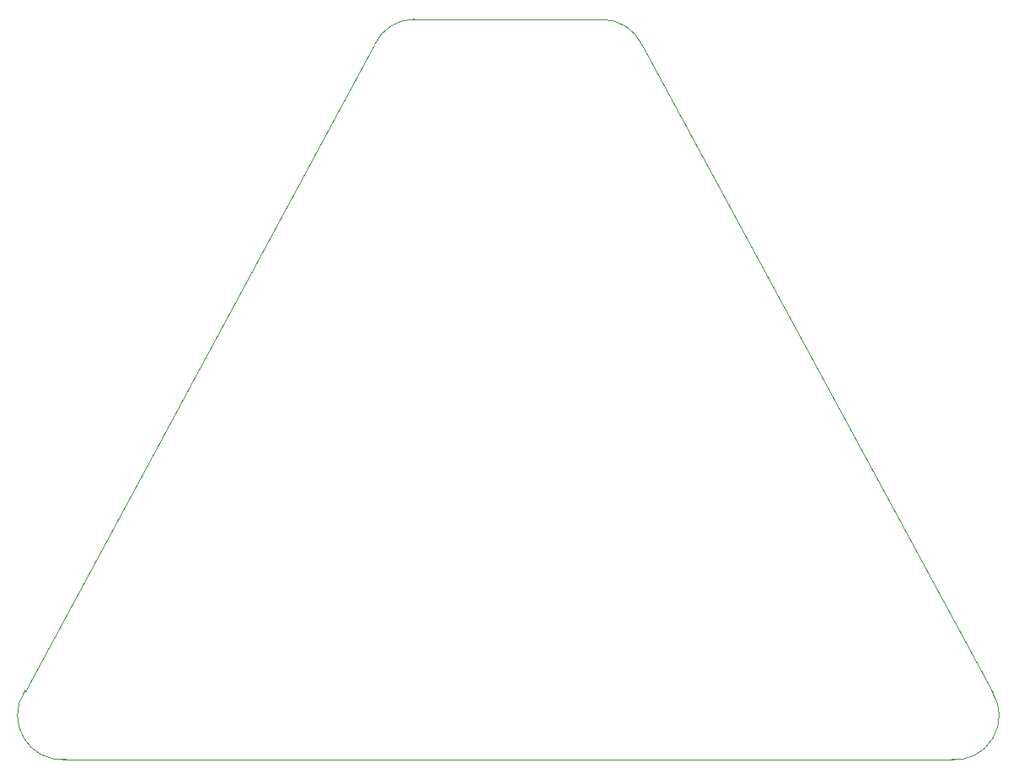
<source format=gko>
G04 #@! TF.FileFunction,Profile,NP*
%FSLAX46Y46*%
G04 Gerber Fmt 4.6, Leading zero omitted, Abs format (unit mm)*
G04 Created by KiCad (PCBNEW (2015-11-24 BZR 6329)-product) date Sat 12 Dec 2015 04:54:09 PM EST*
%MOMM*%
G01*
G04 APERTURE LIST*
%ADD10C,0.100000*%
G04 APERTURE END LIST*
D10*
X124820000Y-43400000D02*
X124820000Y-43430000D01*
X105650000Y-43400000D02*
X124820000Y-43400000D01*
X160060000Y-117810000D02*
X160060000Y-117840000D01*
X70450000Y-117870000D02*
X160060000Y-117870000D01*
X70863203Y-117816334D02*
G75*
G02X66700000Y-110875000I-463203J4441334D01*
G01*
X101725000Y-46125000D02*
X101825000Y-45925000D01*
X66675000Y-110975000D02*
X101700000Y-46150000D01*
X163905000Y-111100000D02*
X128630000Y-45900000D01*
X101812246Y-45940480D02*
G75*
G02X105800000Y-43400000I3987754J-1859520D01*
G01*
X128667754Y-45965480D02*
G75*
G03X124680000Y-43425000I-3987754J-1859520D01*
G01*
X159616797Y-117841334D02*
G75*
G03X163780000Y-110900000I463203J4441334D01*
G01*
M02*

</source>
